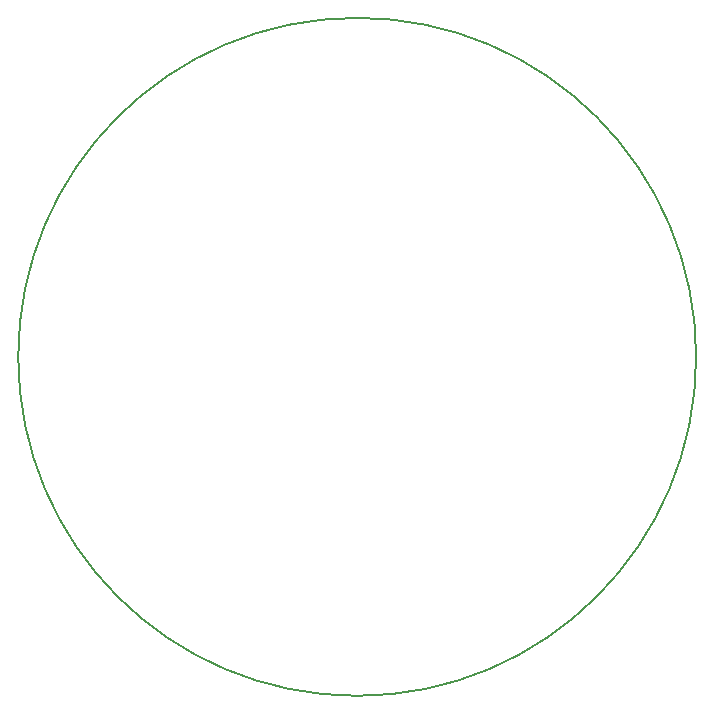
<source format=gm1>
%FSLAX24Y24*%
%MOIN*%
G70*
G01*
G75*
G04 Layer_Color=16711935*
%ADD10R,0.0236X0.0157*%
%ADD11R,0.0551X0.0472*%
%ADD12R,0.0512X0.0472*%
%ADD13R,0.0354X0.0315*%
%ADD14R,0.1772X0.1772*%
%ADD15R,0.0110X0.0335*%
%ADD16R,0.0335X0.0110*%
%ADD17R,0.0295X0.0787*%
%ADD18R,0.0315X0.0354*%
%ADD19R,0.0138X0.0394*%
G04:AMPARAMS|DCode=20|XSize=78.7mil|YSize=39.4mil|CornerRadius=9.8mil|HoleSize=0mil|Usage=FLASHONLY|Rotation=90.000|XOffset=0mil|YOffset=0mil|HoleType=Round|Shape=RoundedRectangle|*
%AMROUNDEDRECTD20*
21,1,0.0787,0.0197,0,0,90.0*
21,1,0.0591,0.0394,0,0,90.0*
1,1,0.0197,0.0098,0.0295*
1,1,0.0197,0.0098,-0.0295*
1,1,0.0197,-0.0098,-0.0295*
1,1,0.0197,-0.0098,0.0295*
%
%ADD20ROUNDEDRECTD20*%
G04:AMPARAMS|DCode=21|XSize=59.1mil|YSize=39.4mil|CornerRadius=9.8mil|HoleSize=0mil|Usage=FLASHONLY|Rotation=180.000|XOffset=0mil|YOffset=0mil|HoleType=Round|Shape=RoundedRectangle|*
%AMROUNDEDRECTD21*
21,1,0.0591,0.0197,0,0,180.0*
21,1,0.0394,0.0394,0,0,180.0*
1,1,0.0197,-0.0197,0.0098*
1,1,0.0197,0.0197,0.0098*
1,1,0.0197,0.0197,-0.0098*
1,1,0.0197,-0.0197,-0.0098*
%
%ADD21ROUNDEDRECTD21*%
%ADD22R,0.1260X0.0591*%
%ADD23C,0.0100*%
%ADD24R,0.0364X0.0394*%
%ADD25R,0.0463X0.0295*%
%ADD26R,0.0000X0.0295*%
%ADD27R,0.3189X0.0315*%
%ADD28R,0.2400X0.0200*%
%ADD29R,0.1244X0.5621*%
%ADD30R,0.2972X0.0581*%
%ADD31C,0.0472*%
%ADD32C,0.0394*%
%ADD33C,0.0236*%
%ADD34C,0.0787*%
%ADD35R,0.0669X0.0669*%
%ADD36R,0.0394X0.0709*%
%ADD37O,0.0610X0.0098*%
%ADD38O,0.0098X0.0610*%
%ADD39R,0.0098X0.0138*%
%ADD40R,0.0138X0.0098*%
%ADD41R,0.0157X0.0236*%
%ADD42R,0.0394X0.0748*%
%ADD43P,0.0445X4X337.5*%
%ADD44P,0.0445X4X382.5*%
%ADD45P,0.0445X4X247.5*%
%ADD46P,0.0445X4X292.5*%
%ADD47O,0.0335X0.0098*%
%ADD48O,0.0098X0.0335*%
G04:AMPARAMS|DCode=49|XSize=15.7mil|YSize=23.6mil|CornerRadius=0mil|HoleSize=0mil|Usage=FLASHONLY|Rotation=331.875|XOffset=0mil|YOffset=0mil|HoleType=Round|Shape=Rectangle|*
%AMROTATEDRECTD49*
4,1,4,-0.0125,-0.0067,-0.0014,0.0141,0.0125,0.0067,0.0014,-0.0141,-0.0125,-0.0067,0.0*
%
%ADD49ROTATEDRECTD49*%

G04:AMPARAMS|DCode=50|XSize=15.7mil|YSize=23.6mil|CornerRadius=0mil|HoleSize=0mil|Usage=FLASHONLY|Rotation=241.875|XOffset=0mil|YOffset=0mil|HoleType=Round|Shape=Rectangle|*
%AMROTATEDRECTD50*
4,1,4,-0.0067,0.0125,0.0141,0.0014,0.0067,-0.0125,-0.0141,-0.0014,-0.0067,0.0125,0.0*
%
%ADD50ROTATEDRECTD50*%

G04:AMPARAMS|DCode=51|XSize=15.7mil|YSize=23.6mil|CornerRadius=0mil|HoleSize=0mil|Usage=FLASHONLY|Rotation=196.875|XOffset=0mil|YOffset=0mil|HoleType=Round|Shape=Rectangle|*
%AMROTATEDRECTD51*
4,1,4,0.0041,0.0136,0.0110,-0.0090,-0.0041,-0.0136,-0.0110,0.0090,0.0041,0.0136,0.0*
%
%ADD51ROTATEDRECTD51*%

G04:AMPARAMS|DCode=52|XSize=15.7mil|YSize=23.6mil|CornerRadius=0mil|HoleSize=0mil|Usage=FLASHONLY|Rotation=343.125|XOffset=0mil|YOffset=0mil|HoleType=Round|Shape=Rectangle|*
%AMROTATEDRECTD52*
4,1,4,-0.0110,-0.0090,-0.0041,0.0136,0.0110,0.0090,0.0041,-0.0136,-0.0110,-0.0090,0.0*
%
%ADD52ROTATEDRECTD52*%

G04:AMPARAMS|DCode=53|XSize=15.7mil|YSize=23.6mil|CornerRadius=0mil|HoleSize=0mil|Usage=FLASHONLY|Rotation=303.750|XOffset=0mil|YOffset=0mil|HoleType=Round|Shape=Rectangle|*
%AMROTATEDRECTD53*
4,1,4,-0.0142,-0.0000,0.0054,0.0131,0.0142,0.0000,-0.0054,-0.0131,-0.0142,-0.0000,0.0*
%
%ADD53ROTATEDRECTD53*%

%ADD54R,0.0472X0.0551*%
%ADD55R,0.0669X0.0630*%
G04:AMPARAMS|DCode=56|XSize=63mil|YSize=66.9mil|CornerRadius=0mil|HoleSize=0mil|Usage=FLASHONLY|Rotation=151.875|XOffset=0mil|YOffset=0mil|HoleType=Round|Shape=Rectangle|*
%AMROTATEDRECTD56*
4,1,4,0.0436,0.0147,0.0120,-0.0444,-0.0436,-0.0147,-0.0120,0.0444,0.0436,0.0147,0.0*
%
%ADD56ROTATEDRECTD56*%

%ADD57R,0.0316X0.0237*%
%ADD58R,0.0631X0.0552*%
%ADD59R,0.0592X0.0552*%
%ADD60R,0.0434X0.0395*%
%ADD61R,0.0012X0.0012*%
%ADD62R,0.0190X0.0415*%
%ADD63R,0.0415X0.0190*%
%ADD64R,0.0375X0.0867*%
%ADD65R,0.0395X0.0434*%
%ADD66R,0.0218X0.0474*%
G04:AMPARAMS|DCode=67|XSize=86.7mil|YSize=47.4mil|CornerRadius=13.8mil|HoleSize=0mil|Usage=FLASHONLY|Rotation=90.000|XOffset=0mil|YOffset=0mil|HoleType=Round|Shape=RoundedRectangle|*
%AMROUNDEDRECTD67*
21,1,0.0867,0.0197,0,0,90.0*
21,1,0.0591,0.0474,0,0,90.0*
1,1,0.0277,0.0098,0.0295*
1,1,0.0277,0.0098,-0.0295*
1,1,0.0277,-0.0098,-0.0295*
1,1,0.0277,-0.0098,0.0295*
%
%ADD67ROUNDEDRECTD67*%
G04:AMPARAMS|DCode=68|XSize=67.1mil|YSize=47.4mil|CornerRadius=13.8mil|HoleSize=0mil|Usage=FLASHONLY|Rotation=180.000|XOffset=0mil|YOffset=0mil|HoleType=Round|Shape=RoundedRectangle|*
%AMROUNDEDRECTD68*
21,1,0.0671,0.0197,0,0,180.0*
21,1,0.0394,0.0474,0,0,180.0*
1,1,0.0277,-0.0197,0.0098*
1,1,0.0277,0.0197,0.0098*
1,1,0.0277,0.0197,-0.0098*
1,1,0.0277,-0.0197,-0.0098*
%
%ADD68ROUNDEDRECTD68*%
%ADD69R,0.1340X0.0671*%
%ADD70C,0.0552*%
%ADD71C,0.0474*%
%ADD72C,0.0316*%
%ADD73C,0.0867*%
%ADD74R,0.0474X0.0789*%
%ADD75O,0.0690X0.0178*%
%ADD76O,0.0178X0.0690*%
%ADD77R,0.0178X0.0218*%
%ADD78R,0.0218X0.0178*%
%ADD79R,0.0237X0.0316*%
%ADD80R,0.0474X0.0828*%
%ADD81P,0.0559X4X337.5*%
%ADD82P,0.0559X4X382.5*%
%ADD83P,0.0559X4X247.5*%
%ADD84P,0.0559X4X292.5*%
%ADD85O,0.0415X0.0178*%
%ADD86O,0.0178X0.0415*%
G04:AMPARAMS|DCode=87|XSize=23.7mil|YSize=31.6mil|CornerRadius=0mil|HoleSize=0mil|Usage=FLASHONLY|Rotation=331.875|XOffset=0mil|YOffset=0mil|HoleType=Round|Shape=Rectangle|*
%AMROTATEDRECTD87*
4,1,4,-0.0179,-0.0083,-0.0030,0.0195,0.0179,0.0083,0.0030,-0.0195,-0.0179,-0.0083,0.0*
%
%ADD87ROTATEDRECTD87*%

G04:AMPARAMS|DCode=88|XSize=23.7mil|YSize=31.6mil|CornerRadius=0mil|HoleSize=0mil|Usage=FLASHONLY|Rotation=241.875|XOffset=0mil|YOffset=0mil|HoleType=Round|Shape=Rectangle|*
%AMROTATEDRECTD88*
4,1,4,-0.0083,0.0179,0.0195,0.0030,0.0083,-0.0179,-0.0195,-0.0030,-0.0083,0.0179,0.0*
%
%ADD88ROTATEDRECTD88*%

G04:AMPARAMS|DCode=89|XSize=23.7mil|YSize=31.6mil|CornerRadius=0mil|HoleSize=0mil|Usage=FLASHONLY|Rotation=196.875|XOffset=0mil|YOffset=0mil|HoleType=Round|Shape=Rectangle|*
%AMROTATEDRECTD89*
4,1,4,0.0068,0.0186,0.0160,-0.0117,-0.0068,-0.0186,-0.0160,0.0117,0.0068,0.0186,0.0*
%
%ADD89ROTATEDRECTD89*%

G04:AMPARAMS|DCode=90|XSize=23.7mil|YSize=31.6mil|CornerRadius=0mil|HoleSize=0mil|Usage=FLASHONLY|Rotation=343.125|XOffset=0mil|YOffset=0mil|HoleType=Round|Shape=Rectangle|*
%AMROTATEDRECTD90*
4,1,4,-0.0160,-0.0117,-0.0068,0.0186,0.0160,0.0117,0.0068,-0.0186,-0.0160,-0.0117,0.0*
%
%ADD90ROTATEDRECTD90*%

G04:AMPARAMS|DCode=91|XSize=23.7mil|YSize=31.6mil|CornerRadius=0mil|HoleSize=0mil|Usage=FLASHONLY|Rotation=303.750|XOffset=0mil|YOffset=0mil|HoleType=Round|Shape=Rectangle|*
%AMROTATEDRECTD91*
4,1,4,-0.0197,0.0011,0.0066,0.0187,0.0197,-0.0011,-0.0066,-0.0187,-0.0197,0.0011,0.0*
%
%ADD91ROTATEDRECTD91*%

%ADD92R,0.0552X0.0631*%
%ADD93R,0.0749X0.0710*%
G04:AMPARAMS|DCode=94|XSize=71mil|YSize=74.9mil|CornerRadius=0mil|HoleSize=0mil|Usage=FLASHONLY|Rotation=151.875|XOffset=0mil|YOffset=0mil|HoleType=Round|Shape=Rectangle|*
%AMROTATEDRECTD94*
4,1,4,0.0490,0.0163,0.0136,-0.0498,-0.0490,-0.0163,-0.0136,0.0498,0.0490,0.0163,0.0*
%
%ADD94ROTATEDRECTD94*%

%ADD95C,0.0079*%
D95*
X11299Y0D02*
G03*
X11299Y0I-11299J0D01*
G01*
M02*

</source>
